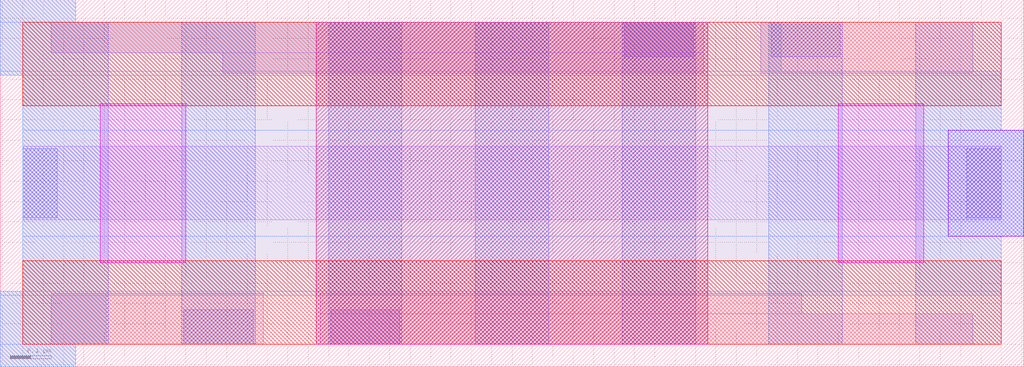
<source format=lef>
# Copyright 2020 The SkyWater PDK Authors
#
# Licensed under the Apache License, Version 2.0 (the "License");
# you may not use this file except in compliance with the License.
# You may obtain a copy of the License at
#
#     https://www.apache.org/licenses/LICENSE-2.0
#
# Unless required by applicable law or agreed to in writing, software
# distributed under the License is distributed on an "AS IS" BASIS,
# WITHOUT WARRANTIES OR CONDITIONS OF ANY KIND, either express or implied.
# See the License for the specific language governing permissions and
# limitations under the License.
#
# SPDX-License-Identifier: Apache-2.0

VERSION 5.7 ;
  NOWIREEXTENSIONATPIN ON ;
  DIVIDERCHAR "/" ;
  BUSBITCHARS "[]" ;
MACRO sky130_fd_bd_sram__sram_dp_horstrap5a
  CLASS BLOCK ;
  FOREIGN sky130_fd_bd_sram__sram_dp_horstrap5a ;
  ORIGIN  0.055000  0.055000 ;
  SIZE  2.510000 BY  0.900000 ;
  OBS
    LAYER li1 ;
      RECT 0.000000 0.305000 2.400000 0.485000 ;
      RECT 0.070000 0.000000 0.590000 0.125000 ;
      RECT 0.070000 0.715000 1.670000 0.790000 ;
      RECT 0.490000 0.665000 1.670000 0.715000 ;
      RECT 0.730000 0.000000 2.330000 0.075000 ;
      RECT 0.730000 0.075000 1.910000 0.125000 ;
      RECT 1.810000 0.665000 2.330000 0.790000 ;
    LAYER mcon ;
      RECT 0.000000 0.310000 0.085000 0.480000 ;
      RECT 0.395000 0.000000 0.565000 0.085000 ;
      RECT 0.755000 0.000000 0.925000 0.085000 ;
      RECT 1.475000 0.705000 1.645000 0.790000 ;
      RECT 1.835000 0.705000 2.005000 0.790000 ;
      RECT 2.315000 0.310000 2.400000 0.480000 ;
    LAYER met1 ;
      RECT -0.055000 -0.055000 0.130000 0.000000 ;
      RECT -0.055000  0.000000 0.210000 0.130000 ;
      RECT -0.055000  0.660000 0.210000 0.790000 ;
      RECT -0.055000  0.790000 0.130000 0.845000 ;
      RECT  0.000000  0.130000 0.210000 0.660000 ;
      RECT  0.390000  0.000000 0.570000 0.790000 ;
      RECT  0.750000  0.000000 0.930000 0.790000 ;
      RECT  1.110000  0.000000 1.290000 0.790000 ;
      RECT  1.470000  0.000000 1.650000 0.790000 ;
      RECT  1.830000  0.000000 2.010000 0.790000 ;
      RECT  2.190000  0.000000 2.400000 0.265000 ;
      RECT  2.190000  0.265000 2.455000 0.525000 ;
      RECT  2.190000  0.525000 2.400000 0.790000 ;
    LAYER met2 ;
      RECT -0.055000 -0.055000 0.130000 0.000000 ;
      RECT -0.055000  0.000000 0.205000 0.120000 ;
      RECT -0.055000  0.120000 2.400000 0.130000 ;
      RECT -0.055000  0.660000 2.400000 0.670000 ;
      RECT -0.055000  0.670000 1.860000 0.790000 ;
      RECT -0.055000  0.790000 0.130000 0.845000 ;
      RECT  0.000000  0.130000 2.400000 0.265000 ;
      RECT  0.000000  0.265000 2.455000 0.525000 ;
      RECT  0.000000  0.525000 2.400000 0.660000 ;
    LAYER met3 ;
      RECT 0.000000 0.000000 2.400000 0.205000 ;
      RECT 0.000000 0.585000 2.400000 0.790000 ;
    LAYER nwell ;
      RECT 0.720000 0.000000 1.680000 0.790000 ;
    LAYER pwell ;
      RECT 0.190000 0.200000 0.400000 0.590000 ;
    LAYER pwell ;
      RECT 2.000000 0.200000 2.210000 0.590000 ;
    LAYER via ;
      RECT 2.270000 0.265000 2.455000 0.525000 ;
  END
END sky130_fd_bd_sram__sram_dp_horstrap5a
END LIBRARY

</source>
